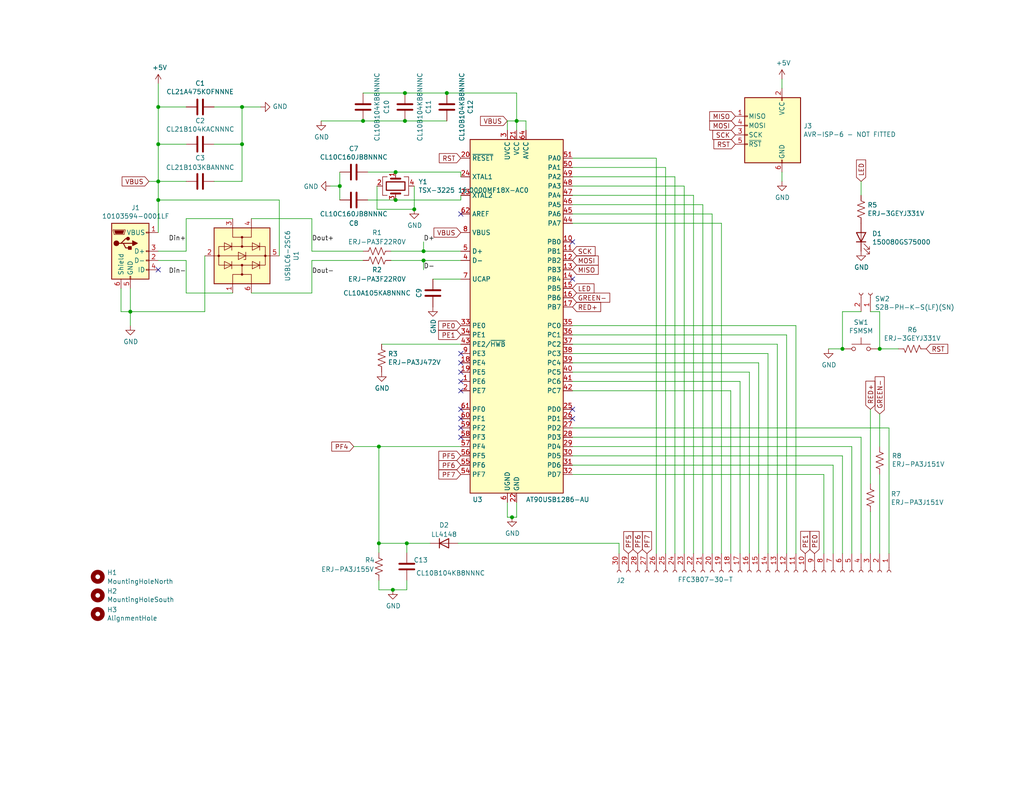
<source format=kicad_sch>
(kicad_sch (version 20211123) (generator eeschema)
  (paper "USLetter")
  (lib_symbols
    (symbol "Connector:AVR-ISP-6" (pin_names (offset 1.016))
      (property "Reference" "J" (at -6.35 11.43 0))
      (property "Value" "AVR-ISP-6" (at 0 11.43 0))
      (symbol "AVR-ISP-6_0_1"
        (rectangle (start -2.667 -6.858) (end -2.413 -7.62))
        (rectangle (start -2.667 10.16) (end -2.413 9.398))
        (rectangle (start 7.62 -2.413) (end 6.858 -2.667))
        (rectangle (start 7.62 0.127) (end 6.858 -0.127))
        (rectangle (start 7.62 2.667) (end 6.858 2.413))
        (rectangle (start 7.62 5.207) (end 6.858 4.953))
        (rectangle (start 7.62 10.16) (end -7.62 -7.62) (stroke (width 0.254)) (fill (type background)))
      )
      (symbol "AVR-ISP-6_1_1"
        (pin passive line (at 10.16 5.08 180) (length 2.54) (name "MISO") (number "1"))
        (pin passive line (at -2.54 12.7 270) (length 2.54) (name "VCC") (number "2"))
        (pin passive line (at 10.16 0 180) (length 2.54) (name "SCK") (number "3"))
        (pin passive line (at 10.16 2.54 180) (length 2.54) (name "MOSI") (number "4"))
        (pin passive line (at 10.16 -2.54 180) (length 2.54) (name "~{RST}") (number "5"))
        (pin passive line (at -2.54 -10.16 90) (length 2.54) (name "GND") (number "6"))
      )
    )
    (symbol "Connector:Conn_01x02_Female" (pin_names (offset 1.016) hide)
      (property "Reference" "J" (at 0 2.54 0))
      (property "Value" "Conn_01x02_Female" (at 0 -5.08 0))
      (symbol "Conn_01x02_Female_1_1"
        (arc (start 0 -2.032) (mid -0.508 -2.54) (end 0 -3.048) (stroke (width 0.1524)))
        (polyline (pts (xy -1.27 -2.54) (xy -0.508 -2.54)) (stroke (width 0.1524)))
        (polyline (pts (xy -1.27 0) (xy -0.508 0)) (stroke (width 0.1524)))
        (arc (start 0 0.508) (mid -0.508 0) (end 0 -0.508) (stroke (width 0.1524)))
        (pin passive line (at -5.08 0 0) (length 3.81) (name "Pin_1") (number "1"))
        (pin passive line (at -5.08 -2.54 0) (length 3.81) (name "Pin_2") (number "2"))
      )
    )
    (symbol "Connector:Conn_01x30_Female" (pin_names (offset 1.016) hide)
      (property "Reference" "J" (at 0 38.1 0))
      (property "Value" "Conn_01x30_Female" (at 0 -40.64 0))
      (symbol "Conn_01x30_Female_1_1"
        (arc (start 0 -37.592) (mid -0.508 -38.1) (end 0 -38.608) (stroke (width 0.1524)))
        (arc (start 0 -35.052) (mid -0.508 -35.56) (end 0 -36.068) (stroke (width 0.1524)))
        (arc (start 0 -32.512) (mid -0.508 -33.02) (end 0 -33.528) (stroke (width 0.1524)))
        (arc (start 0 -29.972) (mid -0.508 -30.48) (end 0 -30.988) (stroke (width 0.1524)))
        (arc (start 0 -27.432) (mid -0.508 -27.94) (end 0 -28.448) (stroke (width 0.1524)))
        (arc (start 0 -24.892) (mid -0.508 -25.4) (end 0 -25.908) (stroke (width 0.1524)))
        (arc (start 0 -22.352) (mid -0.508 -22.86) (end 0 -23.368) (stroke (width 0.1524)))
        (arc (start 0 -19.812) (mid -0.508 -20.32) (end 0 -20.828) (stroke (width 0.1524)))
        (arc (start 0 -17.272) (mid -0.508 -17.78) (end 0 -18.288) (stroke (width 0.1524)))
        (arc (start 0 -14.732) (mid -0.508 -15.24) (end 0 -15.748) (stroke (width 0.1524)))
        (arc (start 0 -12.192) (mid -0.508 -12.7) (end 0 -13.208) (stroke (width 0.1524)))
        (arc (start 0 -9.652) (mid -0.508 -10.16) (end 0 -10.668) (stroke (width 0.1524)))
        (arc (start 0 -7.112) (mid -0.508 -7.62) (end 0 -8.128) (stroke (width 0.1524)))
        (arc (start 0 -4.572) (mid -0.508 -5.08) (end 0 -5.588) (stroke (width 0.1524)))
        (arc (start 0 -2.032) (mid -0.508 -2.54) (end 0 -3.048) (stroke (width 0.1524)))
        (polyline (pts (xy -1.27 -38.1) (xy -0.508 -38.1)) (stroke (width 0.1524)))
        (polyline (pts (xy -1.27 -35.56) (xy -0.508 -35.56)) (stroke (width 0.1524)))
        (polyline (pts (xy -1.27 -33.02) (xy -0.508 -33.02)) (stroke (width 0.1524)))
        (polyline (pts (xy -1.27 -30.48) (xy -0.508 -30.48)) (stroke (width 0.1524)))
        (polyline (pts (xy -1.27 -27.94) (xy -0.508 -27.94)) (stroke (width 0.1524)))
        (polyline (pts (xy -1.27 -25.4) (xy -0.508 -25.4)) (stroke (width 0.1524)))
        (polyline (pts (xy -1.27 -22.86) (xy -0.508 -22.86)) (stroke (width 0.1524)))
        (polyline (pts (xy -1.27 -20.32) (xy -0.508 -20.32)) (stroke (width 0.1524)))
        (polyline (pts (xy -1.27 -17.78) (xy -0.508 -17.78)) (stroke (width 0.1524)))
        (polyline (pts (xy -1.27 -15.24) (xy -0.508 -15.24)) (stroke (width 0.1524)))
        (polyline (pts (xy -1.27 -12.7) (xy -0.508 -12.7)) (stroke (width 0.1524)))
        (polyline (pts (xy -1.27 -10.16) (xy -0.508 -10.16)) (stroke (width 0.1524)))
        (polyline (pts (xy -1.27 -7.62) (xy -0.508 -7.62)) (stroke (width 0.1524)))
        (polyline (pts (xy -1.27 -5.08) (xy -0.508 -5.08)) (stroke (width 0.1524)))
        (polyline (pts (xy -1.27 -2.54) (xy -0.508 -2.54)) (stroke (width 0.1524)))
        (polyline (pts (xy -1.27 0) (xy -0.508 0)) (stroke (width 0.1524)))
        (polyline (pts (xy -1.27 2.54) (xy -0.508 2.54)) (stroke (width 0.1524)))
        (polyline (pts (xy -1.27 5.08) (xy -0.508 5.08)) (stroke (width 0.1524)))
        (polyline (pts (xy -1.27 7.62) (xy -0.508 7.62)) (stroke (width 0.1524)))
        (polyline (pts (xy -1.27 10.16) (xy -0.508 10.16)) (stroke (width 0.1524)))
        (polyline (pts (xy -1.27 12.7) (xy -0.508 12.7)) (stroke (width 0.1524)))
        (polyline (pts (xy -1.27 15.24) (xy -0.508 15.24)) (stroke (width 0.1524)))
        (polyline (pts (xy -1.27 17.78) (xy -0.508 17.78)) (stroke (width 0.1524)))
        (polyline (pts (xy -1.27 20.32) (xy -0.508 20.32)) (stroke (width 0.1524)))
        (polyline (pts (xy -1.27 22.86) (xy -0.508 22.86)) (stroke (width 0.1524)))
        (polyline (pts (xy -1.27 25.4) (xy -0.508 25.4)) (stroke (width 0.1524)))
        (polyline (pts (xy -1.27 27.94) (xy -0.508 27.94)) (stroke (width 0.1524)))
        (polyline (pts (xy -1.27 30.48) (xy -0.508 30.48)) (stroke (width 0.1524)))
        (polyline (pts (xy -1.27 33.02) (xy -0.508 33.02)) (stroke (width 0.1524)))
        (polyline (pts (xy -1.27 35.56) (xy -0.508 35.56)) (stroke (width 0.1524)))
        (arc (start 0 0.508) (mid -0.508 0) (end 0 -0.508) (stroke (width 0.1524)))
        (arc (start 0 3.048) (mid -0.508 2.54) (end 0 2.032) (stroke (width 0.1524)))
        (arc (start 0 5.588) (mid -0.508 5.08) (end 0 4.572) (stroke (width 0.1524)))
        (arc (start 0 8.128) (mid -0.508 7.62) (end 0 7.112) (stroke (width 0.1524)))
        (arc (start 0 10.668) (mid -0.508 10.16) (end 0 9.652) (stroke (width 0.1524)))
        (arc (start 0 13.208) (mid -0.508 12.7) (end 0 12.192) (stroke (width 0.1524)))
        (arc (start 0 15.748) (mid -0.508 15.24) (end 0 14.732) (stroke (width 0.1524)))
        (arc (start 0 18.288) (mid -0.508 17.78) (end 0 17.272) (stroke (width 0.1524)))
        (arc (start 0 20.828) (mid -0.508 20.32) (end 0 19.812) (stroke (width 0.1524)))
        (arc (start 0 23.368) (mid -0.508 22.86) (end 0 22.352) (stroke (width 0.1524)))
        (arc (start 0 25.908) (mid -0.508 25.4) (end 0 24.892) (stroke (width 0.1524)))
        (arc (start 0 28.448) (mid -0.508 27.94) (end 0 27.432) (stroke (width 0.1524)))
        (arc (start 0 30.988) (mid -0.508 30.48) (end 0 29.972) (stroke (width 0.1524)))
        (arc (start 0 33.528) (mid -0.508 33.02) (end 0 32.512) (stroke (width 0.1524)))
        (arc (start 0 36.068) (mid -0.508 35.56) (end 0 35.052) (stroke (width 0.1524)))
        (pin passive line (at -5.08 35.56 0) (length 3.81) (name "Pin_1") (number "1"))
        (pin passive line (at -5.08 12.7 0) (length 3.81) (name "Pin_10") (number "10"))
        (pin passive line (at -5.08 10.16 0) (length 3.81) (name "Pin_11") (number "11"))
        (pin passive line (at -5.08 7.62 0) (length 3.81) (name "Pin_12") (number "12"))
        (pin passive line (at -5.08 5.08 0) (length 3.81) (name "Pin_13") (number "13"))
        (pin passive line (at -5.08 2.54 0) (length 3.81) (name "Pin_14") (number "14"))
        (pin passive line (at -5.08 0 0) (length 3.81) (name "Pin_15") (number "15"))
        (pin passive line (at -5.08 -2.54 0) (length 3.81) (name "Pin_16") (number "16"))
        (pin passive line (at -5.08 -5.08 0) (length 3.81) (name "Pin_17") (number "17"))
        (pin passive line (at -5.08 -7.62 0) (length 3.81) (name "Pin_18") (number "18"))
        (pin passive line (at -5.08 -10.16 0) (length 3.81) (name "Pin_19") (number "19"))
        (pin passive line (at -5.08 33.02 0) (length 3.81) (name "Pin_2") (number "2"))
        (pin passive line (at -5.08 -12.7 0) (length 3.81) (name "Pin_20") (number "20"))
        (pin passive line (at -5.08 -15.24 0) (length 3.81) (name "Pin_21") (number "21"))
        (pin passive line (at -5.08 -17.78 0) (length 3.81) (name "Pin_22") (number "22"))
        (pin passive line (at -5.08 -20.32 0) (length 3.81) (name "Pin_23") (number "23"))
        (pin passive line (at -5.08 -22.86 0) (length 3.81) (name "Pin_24") (number "24"))
        (pin passive line (at -5.08 -25.4 0) (length 3.81) (name "Pin_25") (number "25"))
        (pin passive line (at -5.08 -27.94 0) (length 3.81) (name "Pin_26") (number "26"))
        (pin passive line (at -5.08 -30.48 0) (length 3.81) (name "Pin_27") (number "27"))
        (pin passive line (at -5.08 -33.02 0) (length 3.81) (name "Pin_28") (number "28"))
        (pin passive line (at -5.08 -35.56 0) (length 3.81) (name "Pin_29") (number "29"))
        (pin passive line (at -5.08 30.48 0) (length 3.81) (name "Pin_3") (number "3"))
        (pin passive line (at -5.08 -38.1 0) (length 3.81) (name "Pin_30") (number "30"))
        (pin passive line (at -5.08 27.94 0) (length 3.81) (name "Pin_4") (number "4"))
        (pin passive line (at -5.08 25.4 0) (length 3.81) (name "Pin_5") (number "5"))
        (pin passive line (at -5.08 22.86 0) (length 3.81) (name "Pin_6") (number "6"))
        (pin passive line (at -5.08 20.32 0) (length 3.81) (name "Pin_7") (number "7"))
        (pin passive line (at -5.08 17.78 0) (length 3.81) (name "Pin_8") (number "8"))
        (pin passive line (at -5.08 15.24 0) (length 3.81) (name "Pin_9") (number "9"))
      )
    )
    (symbol "Connector:USB_B_Micro" (pin_names (offset 1.016))
      (property "Reference" "J" (at -5.08 11.43 0))
      (property "Value" "USB_B_Micro" (at -5.08 8.89 0))
      (symbol "USB_B_Micro_0_1"
        (rectangle (start -5.08 -7.62) (end 5.08 7.62) (stroke (width 0.254)) (fill (type background)))
        (circle (center -3.81 2.159) (radius 0.635) (stroke (width 0.254)) (fill (type outline)))
        (circle (center -0.635 3.429) (radius 0.381) (stroke (width 0.254)) (fill (type outline)))
        (rectangle (start -0.127 -7.62) (end 0.127 -6.858))
        (polyline (pts (xy -1.905 2.159) (xy 0.635 2.159)) (stroke (width 0.254)))
        (polyline (pts (xy -3.175 2.159) (xy -2.54 2.159) (xy -1.27 3.429) (xy -0.635 3.429)) (stroke (width 0.254)))
        (polyline (pts (xy -2.54 2.159) (xy -1.905 2.159) (xy -1.27 0.889) (xy 0 0.889)) (stroke (width 0.254)))
        (polyline (pts (xy 0.635 2.794) (xy 0.635 1.524) (xy 1.905 2.159) (xy 0.635 2.794)) (stroke (width 0.254)) (fill (type outline)))
        (polyline (pts (xy -4.318 5.588) (xy -1.778 5.588) (xy -2.032 4.826) (xy -4.064 4.826) (xy -4.318 5.588)) (fill (type outline)))
        (polyline (pts (xy -4.699 5.842) (xy -4.699 5.588) (xy -4.445 4.826) (xy -4.445 4.572) (xy -1.651 4.572) (xy -1.651 4.826) (xy -1.397 5.588) (xy -1.397 5.842) (xy -4.699 5.842)))
        (rectangle (start 0.254 1.27) (end -0.508 0.508) (stroke (width 0.254)) (fill (type outline)))
        (rectangle (start 5.08 -5.207) (end 4.318 -4.953))
        (rectangle (start 5.08 -2.667) (end 4.318 -2.413))
        (rectangle (start 5.08 -0.127) (end 4.318 0.127))
        (rectangle (start 5.08 4.953) (end 4.318 5.207))
      )
      (symbol "USB_B_Micro_1_1"
        (pin power_out line (at 7.62 5.08 180) (length 2.54) (name "VBUS") (number "1"))
        (pin bidirectional line (at 7.62 -2.54 180) (length 2.54) (name "D-") (number "2"))
        (pin bidirectional line (at 7.62 0 180) (length 2.54) (name "D+") (number "3"))
        (pin passive line (at 7.62 -5.08 180) (length 2.54) (name "ID") (number "4"))
        (pin power_out line (at 0 -10.16 90) (length 2.54) (name "GND") (number "5"))
        (pin passive line (at -2.54 -10.16 90) (length 2.54) (name "Shield") (number "6"))
      )
    )
    (symbol "Device:C" (pin_numbers hide) (pin_names (offset 0.254))
      (property "Reference" "C" (at 0.635 2.54 0))
      (property "Value" "C" (at 0.635 -2.54 0))
      (symbol "C_0_1"
        (polyline (pts (xy -2.032 -0.762) (xy 2.032 -0.762)) (stroke (width 0.508)))
        (polyline (pts (xy -2.032 0.762) (xy 2.032 0.762)) (stroke (width 0.508)))
      )
      (symbol "C_1_1"
        (pin passive line (at 0 3.81 270) (length 2.794) (name "~") (number "1"))
        (pin passive line (at 0 -3.81 90) (length 2.794) (name "~") (number "2"))
      )
    )
    (symbol "Device:Crystal_GND24" (pin_names (offset 1.016) hide)
      (property "Reference" "Y" (at 3.175 5.08 0))
      (property "Value" "Crystal_GND24" (at 3.175 3.175 0))
      (symbol "Crystal_GND24_0_1"
        (rectangle (start -1.143 2.54) (end 1.143 -2.54) (stroke (width 0.3048)))
        (polyline (pts (xy -2.54 0) (xy -2.032 0)))
        (polyline (pts (xy -2.032 -1.27) (xy -2.032 1.27)) (stroke (width 0.508)))
        (polyline (pts (xy 0 -3.81) (xy 0 -3.556)))
        (polyline (pts (xy 0 3.556) (xy 0 3.81)))
        (polyline (pts (xy 2.032 -1.27) (xy 2.032 1.27)) (stroke (width 0.508)))
        (polyline (pts (xy 2.032 0) (xy 2.54 0)))
        (polyline (pts (xy -2.54 -2.286) (xy -2.54 -3.556) (xy 2.54 -3.556) (xy 2.54 -2.286)))
        (polyline (pts (xy -2.54 2.286) (xy -2.54 3.556) (xy 2.54 3.556) (xy 2.54 2.286)))
      )
      (symbol "Crystal_GND24_1_1"
        (pin passive line (at -3.81 0 0) (length 1.27) (name "1") (number "1"))
        (pin passive line (at 0 5.08 270) (length 1.27) (name "2") (number "2"))
        (pin passive line (at 3.81 0 180) (length 1.27) (name "3") (number "3"))
        (pin passive line (at 0 -5.08 90) (length 1.27) (name "4") (number "4"))
      )
    )
    (symbol "Device:LED" (pin_numbers hide) (pin_names (offset 1.016) hide)
      (property "Reference" "D" (at 0 2.54 0))
      (property "Value" "LED" (at 0 -2.54 0))
      (symbol "LED_0_1"
        (polyline (pts (xy -1.27 -1.27) (xy -1.27 1.27)) (stroke (width 0.254)))
        (polyline (pts (xy -1.27 0) (xy 1.27 0)))
        (polyline (pts (xy 1.27 -1.27) (xy 1.27 1.27) (xy -1.27 0) (xy 1.27 -1.27)) (stroke (width 0.254)))
        (polyline (pts (xy -3.048 -0.762) (xy -4.572 -2.286) (xy -3.81 -2.286) (xy -4.572 -2.286) (xy -4.572 -1.524)))
        (polyline (pts (xy -1.778 -0.762) (xy -3.302 -2.286) (xy -2.54 -2.286) (xy -3.302 -2.286) (xy -3.302 -1.524)))
      )
      (symbol "LED_1_1"
        (pin passive line (at -3.81 0 0) (length 2.54) (name "K") (number "1"))
        (pin passive line (at 3.81 0 180) (length 2.54) (name "A") (number "2"))
      )
    )
    (symbol "Device:R_US" (pin_numbers hide) (pin_names (offset 0))
      (property "Reference" "R" (at 2.54 0 90))
      (property "Value" "R_US" (at -2.54 0 90))
      (symbol "R_US_0_1"
        (polyline (pts (xy 0 -2.286) (xy 0 -2.54)))
        (polyline (pts (xy 0 2.286) (xy 0 2.54)))
        (polyline (pts (xy 0 -0.762) (xy 1.016 -1.143) (xy 0 -1.524) (xy -1.016 -1.905) (xy 0 -2.286)))
        (polyline (pts (xy 0 0.762) (xy 1.016 0.381) (xy 0 0) (xy -1.016 -0.381) (xy 0 -0.762)))
        (polyline (pts (xy 0 2.286) (xy 1.016 1.905) (xy 0 1.524) (xy -1.016 1.143) (xy 0 0.762)))
      )
      (symbol "R_US_1_1"
        (pin passive line (at 0 3.81 270) (length 1.27) (name "~") (number "1"))
        (pin passive line (at 0 -3.81 90) (length 1.27) (name "~") (number "2"))
      )
    )
    (symbol "Diode:LL4148" (pin_numbers hide) (pin_names (offset 1.016) hide)
      (property "Reference" "D" (at 0 2.54 0))
      (property "Value" "LL4148" (at 0 -2.54 0))
      (symbol "LL4148_0_1"
        (polyline (pts (xy -1.27 1.27) (xy -1.27 -1.27)) (stroke (width 0.254)))
        (polyline (pts (xy 1.27 0) (xy -1.27 0)))
        (polyline (pts (xy 1.27 1.27) (xy 1.27 -1.27) (xy -1.27 0) (xy 1.27 1.27)) (stroke (width 0.254)))
      )
      (symbol "LL4148_1_1"
        (pin passive line (at -3.81 0 0) (length 2.54) (name "K") (number "1"))
        (pin passive line (at 3.81 0 180) (length 2.54) (name "A") (number "2"))
      )
    )
    (symbol "MCU_Microchip_AVR:AT90USB1286-AU"
      (property "Reference" "U" (at -12.7 49.53 0))
      (property "Value" "MCU_Microchip_AVR_AT90USB1286-AU" (at 2.54 -49.53 0))
      (symbol "AT90USB1286-AU_0_1"
        (rectangle (start -12.7 -48.26) (end 12.7 48.26) (stroke (width 0.254)) (fill (type background)))
      )
      (symbol "AT90USB1286-AU_1_1"
        (pin bidirectional line (at -15.24 -17.78 0) (length 2.54) (name "PE6") (number "1"))
        (pin bidirectional line (at 15.24 20.32 180) (length 2.54) (name "PB0") (number "10"))
        (pin bidirectional line (at 15.24 17.78 180) (length 2.54) (name "PB1") (number "11"))
        (pin bidirectional line (at 15.24 15.24 180) (length 2.54) (name "PB2") (number "12"))
        (pin bidirectional line (at 15.24 12.7 180) (length 2.54) (name "PB3") (number "13"))
        (pin bidirectional line (at 15.24 10.16 180) (length 2.54) (name "PB4") (number "14"))
        (pin bidirectional line (at 15.24 7.62 180) (length 2.54) (name "PB5") (number "15"))
        (pin bidirectional line (at 15.24 5.08 180) (length 2.54) (name "PB6") (number "16"))
        (pin bidirectional line (at 15.24 2.54 180) (length 2.54) (name "PB7") (number "17"))
        (pin bidirectional line (at -15.24 -12.7 0) (length 2.54) (name "PE4") (number "18"))
        (pin bidirectional line (at -15.24 -15.24 0) (length 2.54) (name "PE5") (number "19"))
        (pin bidirectional line (at -15.24 -20.32 0) (length 2.54) (name "PE7") (number "2"))
        (pin input line (at -15.24 43.18 0) (length 2.54) (name "~{RESET}") (number "20"))
        (pin power_in line (at 0 50.8 270) (length 2.54) (name "VCC") (number "21"))
        (pin power_in line (at 0 -50.8 90) (length 2.54) (name "GND") (number "22"))
        (pin output line (at -15.24 33.02 0) (length 2.54) (name "XTAL2") (number "23"))
        (pin input line (at -15.24 38.1 0) (length 2.54) (name "XTAL1") (number "24"))
        (pin bidirectional line (at 15.24 -25.4 180) (length 2.54) (name "PD0") (number "25"))
        (pin bidirectional line (at 15.24 -27.94 180) (length 2.54) (name "PD1") (number "26"))
        (pin bidirectional line (at 15.24 -30.48 180) (length 2.54) (name "PD2") (number "27"))
        (pin bidirectional line (at 15.24 -33.02 180) (length 2.54) (name "PD3") (number "28"))
        (pin bidirectional line (at 15.24 -35.56 180) (length 2.54) (name "PD4") (number "29"))
        (pin power_in line (at -2.54 50.8 270) (length 2.54) (name "UVCC") (number "3"))
        (pin bidirectional line (at 15.24 -38.1 180) (length 2.54) (name "PD5") (number "30"))
        (pin bidirectional line (at 15.24 -40.64 180) (length 2.54) (name "PD6") (number "31"))
        (pin bidirectional line (at 15.24 -43.18 180) (length 2.54) (name "PD7") (number "32"))
        (pin bidirectional line (at -15.24 -2.54 0) (length 2.54) (name "PE0") (number "33"))
        (pin bidirectional line (at -15.24 -5.08 0) (length 2.54) (name "PE1") (number "34"))
        (pin bidirectional line (at 15.24 -2.54 180) (length 2.54) (name "PC0") (number "35"))
        (pin bidirectional line (at 15.24 -5.08 180) (length 2.54) (name "PC1") (number "36"))
        (pin bidirectional line (at 15.24 -7.62 180) (length 2.54) (name "PC2") (number "37"))
        (pin bidirectional line (at 15.24 -10.16 180) (length 2.54) (name "PC3") (number "38"))
        (pin bidirectional line (at 15.24 -12.7 180) (length 2.54) (name "PC4") (number "39"))
        (pin bidirectional line (at -15.24 15.24 0) (length 2.54) (name "D-") (number "4"))
        (pin bidirectional line (at 15.24 -15.24 180) (length 2.54) (name "PC5") (number "40"))
        (pin bidirectional line (at 15.24 -17.78 180) (length 2.54) (name "PC6") (number "41"))
        (pin bidirectional line (at 15.24 -20.32 180) (length 2.54) (name "PC7") (number "42"))
        (pin bidirectional line (at -15.24 -7.62 0) (length 2.54) (name "PE2/~{HWB}") (number "43"))
        (pin bidirectional line (at 15.24 25.4 180) (length 2.54) (name "PA7") (number "44"))
        (pin bidirectional line (at 15.24 27.94 180) (length 2.54) (name "PA6") (number "45"))
        (pin bidirectional line (at 15.24 30.48 180) (length 2.54) (name "PA5") (number "46"))
        (pin bidirectional line (at 15.24 33.02 180) (length 2.54) (name "PA4") (number "47"))
        (pin bidirectional line (at 15.24 35.56 180) (length 2.54) (name "PA3") (number "48"))
        (pin bidirectional line (at 15.24 38.1 180) (length 2.54) (name "PA2") (number "49"))
        (pin bidirectional line (at -15.24 17.78 0) (length 2.54) (name "D+") (number "5"))
        (pin bidirectional line (at 15.24 40.64 180) (length 2.54) (name "PA1") (number "50"))
        (pin bidirectional line (at 15.24 43.18 180) (length 2.54) (name "PA0") (number "51"))
        (pin passive line (at 0 50.8 270) (length 2.54) hide (name "VCC") (number "52"))
        (pin passive line (at 0 -50.8 90) (length 2.54) hide (name "GND") (number "53"))
        (pin bidirectional line (at -15.24 -43.18 0) (length 2.54) (name "PF7") (number "54"))
        (pin bidirectional line (at -15.24 -40.64 0) (length 2.54) (name "PF6") (number "55"))
        (pin bidirectional line (at -15.24 -38.1 0) (length 2.54) (name "PF5") (number "56"))
        (pin bidirectional line (at -15.24 -35.56 0) (length 2.54) (name "PF4") (number "57"))
        (pin bidirectional line (at -15.24 -33.02 0) (length 2.54) (name "PF3") (number "58"))
        (pin bidirectional line (at -15.24 -30.48 0) (length 2.54) (name "PF2") (number "59"))
        (pin power_in line (at -2.54 -50.8 90) (length 2.54) (name "UGND") (number "6"))
        (pin bidirectional line (at -15.24 -27.94 0) (length 2.54) (name "PF1") (number "60"))
        (pin bidirectional line (at -15.24 -25.4 0) (length 2.54) (name "PF0") (number "61"))
        (pin passive line (at -15.24 27.94 0) (length 2.54) (name "AREF") (number "62"))
        (pin passive line (at 0 -50.8 90) (length 2.54) hide (name "GND") (number "63"))
        (pin power_in line (at 2.54 50.8 270) (length 2.54) (name "AVCC") (number "64"))
        (pin passive line (at -15.24 10.16 0) (length 2.54) (name "UCAP") (number "7"))
        (pin input line (at -15.24 22.86 0) (length 2.54) (name "VBUS") (number "8"))
        (pin bidirectional line (at -15.24 -10.16 0) (length 2.54) (name "PE3") (number "9"))
      )
    )
    (symbol "Mechanical:MountingHole" (pin_names (offset 1.016))
      (property "Reference" "H" (at 0 5.08 0))
      (property "Value" "MountingHole" (at 0 3.175 0))
      (symbol "MountingHole_0_1"
        (circle (center 0 0) (radius 1.27) (stroke (width 1.27)))
      )
    )
    (symbol "Power_Protection:USBLC6-2SC6" (pin_names hide)
      (property "Reference" "U" (at 2.54 8.89 0))
      (property "Value" "USBLC6-2SC6" (at 2.54 -8.89 0))
      (symbol "USBLC6-2SC6_0_1"
        (rectangle (start -7.62 -7.62) (end 7.62 7.62) (stroke (width 0.254)) (fill (type background)))
        (circle (center -5.08 0) (radius 0.254) (fill (type outline)))
        (circle (center -2.54 0) (radius 0.254) (fill (type outline)))
        (rectangle (start -2.54 6.35) (end 2.54 -6.35))
        (circle (center 0 -6.35) (radius 0.254) (fill (type outline)))
        (polyline (pts (xy -5.08 -2.54) (xy -7.62 -2.54)))
        (polyline (pts (xy -5.08 0) (xy -5.08 -2.54)))
        (polyline (pts (xy -5.08 2.54) (xy -7.62 2.54)))
        (polyline (pts (xy -1.524 -2.794) (xy -3.556 -2.794)))
        (polyline (pts (xy -1.524 4.826) (xy -3.556 4.826)))
        (polyline (pts (xy 0 -7.62) (xy 0 -6.35)))
        (polyline (pts (xy 0 -6.35) (xy 0 1.27)))
        (polyline (pts (xy 0 1.27) (xy 0 6.35)))
        (polyline (pts (xy 0 6.35) (xy 0 7.62)))
        (polyline (pts (xy 1.524 -2.794) (xy 3.556 -2.794)))
        (polyline (pts (xy 1.524 4.826) (xy 3.556 4.826)))
        (polyline (pts (xy 5.08 -2.54) (xy 7.62 -2.54)))
        (polyline (pts (xy 5.08 0) (xy 5.08 -2.54)))
        (polyline (pts (xy 5.08 2.54) (xy 7.62 2.54)))
        (polyline (pts (xy -2.54 0) (xy -5.08 0) (xy -5.08 2.54)))
        (polyline (pts (xy 2.54 0) (xy 5.08 0) (xy 5.08 2.54)))
        (polyline (pts (xy -3.556 -4.826) (xy -1.524 -4.826) (xy -2.54 -2.794) (xy -3.556 -4.826)))
        (polyline (pts (xy -3.556 2.794) (xy -1.524 2.794) (xy -2.54 4.826) (xy -3.556 2.794)))
        (polyline (pts (xy -1.016 -1.016) (xy 1.016 -1.016) (xy 0 1.016) (xy -1.016 -1.016)))
        (polyline (pts (xy 1.016 1.016) (xy 0.762 1.016) (xy -1.016 1.016) (xy -1.016 0.508)))
        (polyline (pts (xy 3.556 -4.826) (xy 1.524 -4.826) (xy 2.54 -2.794) (xy 3.556 -4.826)))
        (polyline (pts (xy 3.556 2.794) (xy 1.524 2.794) (xy 2.54 4.826) (xy 3.556 2.794)))
        (circle (center 0 6.35) (radius 0.254) (fill (type outline)))
        (circle (center 2.54 0) (radius 0.254) (fill (type outline)))
        (circle (center 5.08 0) (radius 0.254) (fill (type outline)))
      )
      (symbol "USBLC6-2SC6_1_1"
        (pin passive line (at -10.16 -2.54 0) (length 2.54) (name "I/O1") (number "1"))
        (pin passive line (at 0 -10.16 90) (length 2.54) (name "GND") (number "2"))
        (pin passive line (at 10.16 -2.54 180) (length 2.54) (name "I/O2") (number "3"))
        (pin passive line (at 10.16 2.54 180) (length 2.54) (name "I/O2") (number "4"))
        (pin passive line (at 0 10.16 270) (length 2.54) (name "VBUS") (number "5"))
        (pin passive line (at -10.16 2.54 0) (length 2.54) (name "I/O1") (number "6"))
      )
    )
    (symbol "Switch:SW_Push" (pin_numbers hide) (pin_names (offset 1.016) hide)
      (property "Reference" "SW" (at 1.27 2.54 0))
      (property "Value" "SW_Push" (at 0 -1.524 0))
      (symbol "SW_Push_0_1"
        (circle (center -2.032 0) (radius 0.508))
        (polyline (pts (xy 0 1.27) (xy 0 3.048)))
        (polyline (pts (xy 2.54 1.27) (xy -2.54 1.27)))
        (circle (center 2.032 0) (radius 0.508))
        (pin passive line (at -5.08 0 0) (length 2.54) (name "1") (number "1"))
        (pin passive line (at 5.08 0 180) (length 2.54) (name "2") (number "2"))
      )
    )
    (symbol "power:+5V" (power) (pin_names (offset 0))
      (property "Value" "+5V" (at 0 3.556 0))
      (symbol "+5V_0_1"
        (polyline (pts (xy -0.762 1.27) (xy 0 2.54)))
        (polyline (pts (xy 0 0) (xy 0 2.54)))
        (polyline (pts (xy 0 2.54) (xy 0.762 1.27)))
      )
      (symbol "+5V_1_1"
        (pin power_in line (at 0 0 90) (length 0) hide (name "+5V") (number "1"))
      )
    )
    (symbol "power:GND" (power) (pin_names (offset 0))
      (property "Value" "GND" (at 0 -3.81 0))
      (symbol "GND_0_1"
        (polyline (pts (xy 0 0) (xy 0 -1.27) (xy 1.27 -1.27) (xy 0 -2.54) (xy -1.27 -1.27) (xy 0 -1.27)))
      )
      (symbol "GND_1_1"
        (pin power_in line (at 0 0 270) (length 0) hide (name "GND") (number "1"))
      )
    )
  )
  (junction (at 66.04 39.37))
  (junction (at 35.56 85.09))
  (junction (at 121.92 25.4))
  (junction (at 99.06 33.02))
  (junction (at 139.7 141.224))
  (junction (at 110.998 148.336))
  (junction (at 43.18 54.61))
  (junction (at 140.97 33.02))
  (junction (at 229.87 95.25))
  (junction (at 240.03 95.25))
  (junction (at 103.378 121.92))
  (junction (at 66.04 29.21))
  (junction (at 103.378 148.336))
  (junction (at 107.95 46.99))
  (junction (at 92.71 50.8))
  (junction (at 115.57 71.12))
  (junction (at 115.57 68.58))
  (junction (at 43.18 29.21))
  (junction (at 110.49 25.4))
  (junction (at 110.49 33.02))
  (junction (at 43.18 49.53))
  (junction (at 113.03 57.15))
  (junction (at 43.18 39.37))
  (junction (at 107.188 161.036))
  (junction (at 107.95 54.61))
  (no_connect (at 125.73 119.38))
  (no_connect (at 156.21 111.76))
  (no_connect (at 125.73 58.42))
  (no_connect (at 125.73 111.76))
  (no_connect (at 125.73 96.52))
  (no_connect (at 125.73 101.6))
  (no_connect (at 125.73 106.68))
  (no_connect (at 156.21 66.04))
  (no_connect (at 156.21 114.3))
  (no_connect (at 125.73 114.3))
  (no_connect (at 43.18 73.66))
  (no_connect (at 156.21 76.2))
  (no_connect (at 125.73 99.06))
  (no_connect (at 125.73 116.84))
  (no_connect (at 125.73 104.14))
  (wire (pts (xy 240.03 85.09) (xy 240.03 95.25)))
  (wire (pts (xy 113.03 57.15) (xy 113.03 50.8)))
  (wire (pts (xy 92.71 50.8) (xy 92.71 46.99)))
  (wire (pts (xy 213.36 21.59) (xy 213.36 24.13)))
  (wire (pts (xy 107.95 54.61) (xy 100.33 54.61)))
  (wire (pts (xy 168.91 148.336) (xy 168.91 151.13)))
  (wire (pts (xy 125.73 68.58) (xy 115.57 68.58)))
  (wire (pts (xy 43.18 68.58) (xy 50.8 68.58)))
  (wire (pts (xy 107.95 54.61) (xy 125.73 54.61)))
  (wire (pts (xy 50.8 68.58) (xy 50.8 59.69)))
  (wire (pts (xy 224.79 151.13) (xy 224.79 129.54)))
  (wire (pts (xy 140.97 141.224) (xy 139.7 141.224)))
  (wire (pts (xy 110.49 33.02) (xy 121.92 33.02)))
  (wire (pts (xy 106.68 71.12) (xy 115.57 71.12)))
  (wire (pts (xy 33.02 78.74) (xy 33.02 85.09)))
  (wire (pts (xy 209.55 151.13) (xy 209.55 96.52)))
  (wire (pts (xy 90.17 50.8) (xy 92.71 50.8)))
  (wire (pts (xy 143.51 33.02) (xy 140.97 33.02)))
  (wire (pts (xy 229.87 85.09) (xy 234.95 85.09)))
  (wire (pts (xy 194.31 151.13) (xy 194.31 58.42)))
  (wire (pts (xy 207.01 151.13) (xy 207.01 99.06)))
  (wire (pts (xy 110.998 148.336) (xy 103.378 148.336)))
  (wire (pts (xy 103.378 121.92) (xy 103.378 148.336)))
  (wire (pts (xy 58.42 29.21) (xy 66.04 29.21)))
  (wire (pts (xy 107.95 46.99) (xy 100.33 46.99)))
  (wire (pts (xy 240.03 121.92) (xy 240.03 113.03)))
  (wire (pts (xy 99.06 25.4) (xy 110.49 25.4)))
  (wire (pts (xy 115.57 71.12) (xy 115.57 73.66)))
  (wire (pts (xy 140.97 25.4) (xy 140.97 33.02)))
  (wire (pts (xy 191.77 55.88) (xy 156.21 55.88)))
  (wire (pts (xy 68.58 59.69) (xy 85.09 59.69)))
  (wire (pts (xy 140.97 137.16) (xy 140.97 141.224)))
  (wire (pts (xy 207.01 99.06) (xy 156.21 99.06)))
  (wire (pts (xy 184.15 151.13) (xy 184.15 48.26)))
  (wire (pts (xy 237.49 139.7) (xy 237.49 151.13)))
  (wire (pts (xy 85.09 68.58) (xy 99.06 68.58)))
  (wire (pts (xy 199.39 151.13) (xy 199.39 106.68)))
  (wire (pts (xy 199.39 106.68) (xy 156.21 106.68)))
  (wire (pts (xy 85.09 59.69) (xy 85.09 68.58)))
  (wire (pts (xy 85.09 71.12) (xy 99.06 71.12)))
  (wire (pts (xy 43.18 49.53) (xy 40.64 49.53)))
  (wire (pts (xy 103.378 158.496) (xy 103.378 161.036)))
  (wire (pts (xy 124.968 148.336) (xy 168.91 148.336)))
  (wire (pts (xy 237.49 111.76) (xy 237.49 132.08)))
  (wire (pts (xy 66.04 29.21) (xy 71.12 29.21)))
  (wire (pts (xy 99.06 33.02) (xy 110.49 33.02)))
  (wire (pts (xy 213.36 49.53) (xy 213.36 46.99)))
  (wire (pts (xy 117.348 148.336) (xy 110.998 148.336)))
  (wire (pts (xy 224.79 129.54) (xy 156.21 129.54)))
  (wire (pts (xy 242.57 116.84) (xy 242.57 151.13)))
  (wire (pts (xy 201.93 151.13) (xy 201.93 104.14)))
  (wire (pts (xy 201.93 104.14) (xy 156.21 104.14)))
  (wire (pts (xy 107.95 46.99) (xy 125.73 46.99)))
  (wire (pts (xy 115.57 66.04) (xy 115.57 68.58)))
  (wire (pts (xy 217.17 88.9) (xy 156.21 88.9)))
  (wire (pts (xy 214.63 91.44) (xy 156.21 91.44)))
  (wire (pts (xy 234.95 151.13) (xy 234.95 119.38)))
  (wire (pts (xy 217.17 151.13) (xy 217.17 88.9)))
  (wire (pts (xy 138.43 33.02) (xy 138.43 35.56)))
  (wire (pts (xy 138.43 137.16) (xy 138.43 141.224)))
  (wire (pts (xy 184.15 48.26) (xy 156.21 48.26)))
  (wire (pts (xy 186.69 151.13) (xy 186.69 50.8)))
  (wire (pts (xy 209.55 96.52) (xy 156.21 96.52)))
  (wire (pts (xy 103.378 148.336) (xy 103.378 150.876)))
  (wire (pts (xy 240.03 151.13) (xy 240.03 129.54)))
  (wire (pts (xy 96.52 121.92) (xy 103.378 121.92)))
  (wire (pts (xy 196.85 60.96) (xy 156.21 60.96)))
  (wire (pts (xy 227.33 127) (xy 156.21 127)))
  (wire (pts (xy 58.42 49.53) (xy 66.04 49.53)))
  (wire (pts (xy 55.88 85.09) (xy 35.56 85.09)))
  (wire (pts (xy 118.11 76.2) (xy 125.73 76.2)))
  (wire (pts (xy 181.61 45.72) (xy 156.21 45.72)))
  (wire (pts (xy 104.14 93.98) (xy 125.73 93.98)))
  (wire (pts (xy 189.23 53.34) (xy 156.21 53.34)))
  (wire (pts (xy 107.188 161.036) (xy 110.998 161.036)))
  (wire (pts (xy 194.31 58.42) (xy 156.21 58.42)))
  (wire (pts (xy 55.88 69.85) (xy 55.88 85.09)))
  (wire (pts (xy 156.21 116.84) (xy 242.57 116.84)))
  (wire (pts (xy 58.42 39.37) (xy 66.04 39.37)))
  (wire (pts (xy 229.87 124.46) (xy 229.87 151.13)))
  (wire (pts (xy 87.63 33.02) (xy 99.06 33.02)))
  (wire (pts (xy 179.07 151.13) (xy 179.07 43.18)))
  (wire (pts (xy 227.33 151.13) (xy 227.33 127)))
  (wire (pts (xy 212.09 93.98) (xy 156.21 93.98)))
  (wire (pts (xy 234.95 53.34) (xy 234.95 49.53)))
  (wire (pts (xy 229.87 95.25) (xy 226.06 95.25)))
  (wire (pts (xy 179.07 43.18) (xy 156.21 43.18)))
  (wire (pts (xy 110.998 161.036) (xy 110.998 158.496)))
  (wire (pts (xy 204.47 101.6) (xy 156.21 101.6)))
  (wire (pts (xy 43.18 54.61) (xy 43.18 63.5)))
  (wire (pts (xy 121.92 25.4) (xy 140.97 25.4)))
  (wire (pts (xy 76.2 54.61) (xy 43.18 54.61)))
  (wire (pts (xy 212.09 151.13) (xy 212.09 93.98)))
  (wire (pts (xy 92.71 50.8) (xy 92.71 54.61)))
  (wire (pts (xy 189.23 151.13) (xy 189.23 53.34)))
  (wire (pts (xy 35.56 85.09) (xy 35.56 88.9)))
  (wire (pts (xy 43.18 39.37) (xy 43.18 49.53)))
  (wire (pts (xy 68.58 80.01) (xy 85.09 80.01)))
  (wire (pts (xy 232.41 121.92) (xy 156.21 121.92)))
  (wire (pts (xy 196.85 151.13) (xy 196.85 60.96)))
  (wire (pts (xy 110.998 148.336) (xy 110.998 150.876)))
  (wire (pts (xy 103.378 121.92) (xy 125.73 121.92)))
  (wire (pts (xy 143.51 33.02) (xy 143.51 35.56)))
  (wire (pts (xy 204.47 151.13) (xy 204.47 101.6)))
  (wire (pts (xy 50.8 80.01) (xy 63.5 80.01)))
  (wire (pts (xy 115.57 68.58) (xy 106.68 68.58)))
  (wire (pts (xy 140.97 33.02) (xy 138.43 33.02)))
  (wire (pts (xy 103.378 161.036) (xy 107.188 161.036)))
  (wire (pts (xy 138.43 141.224) (xy 139.7 141.224)))
  (wire (pts (xy 76.2 54.61) (xy 76.2 69.85)))
  (wire (pts (xy 140.97 33.02) (xy 140.97 35.56)))
  (wire (pts (xy 43.18 49.53) (xy 43.18 54.61)))
  (wire (pts (xy 232.41 151.13) (xy 232.41 121.92)))
  (wire (pts (xy 43.18 71.12) (xy 50.8 71.12)))
  (wire (pts (xy 110.49 25.4) (xy 121.92 25.4)))
  (wire (pts (xy 125.73 46.99) (xy 125.73 48.26)))
  (wire (pts (xy 50.8 71.12) (xy 50.8 80.01)))
  (wire (pts (xy 115.57 71.12) (xy 125.73 71.12)))
  (wire (pts (xy 43.18 29.21) (xy 43.18 39.37)))
  (wire (pts (xy 85.09 80.01) (xy 85.09 71.12)))
  (wire (pts (xy 234.95 119.38) (xy 156.21 119.38)))
  (wire (pts (xy 43.18 29.21) (xy 50.8 29.21)))
  (wire (pts (xy 50.8 49.53) (xy 43.18 49.53)))
  (wire (pts (xy 186.69 50.8) (xy 156.21 50.8)))
  (wire (pts (xy 35.56 78.74) (xy 35.56 85.09)))
  (wire (pts (xy 66.04 49.53) (xy 66.04 39.37)))
  (wire (pts (xy 66.04 39.37) (xy 66.04 29.21)))
  (wire (pts (xy 43.18 22.86) (xy 43.18 29.21)))
  (wire (pts (xy 191.77 151.13) (xy 191.77 55.88)))
  (wire (pts (xy 50.8 39.37) (xy 43.18 39.37)))
  (wire (pts (xy 102.87 50.8) (xy 102.87 57.15)))
  (wire (pts (xy 125.73 54.61) (xy 125.73 53.34)))
  (wire (pts (xy 237.49 85.09) (xy 240.03 85.09)))
  (wire (pts (xy 50.8 59.69) (xy 63.5 59.69)))
  (wire (pts (xy 156.21 124.46) (xy 229.87 124.46)))
  (wire (pts (xy 181.61 151.13) (xy 181.61 45.72)))
  (wire (pts (xy 102.87 57.15) (xy 113.03 57.15)))
  (wire (pts (xy 33.02 85.09) (xy 35.56 85.09)))
  (wire (pts (xy 214.63 151.13) (xy 214.63 91.44)))
  (wire (pts (xy 229.87 95.25) (xy 229.87 85.09)))
  (wire (pts (xy 240.03 95.25) (xy 245.11 95.25)))
  (label "Dout-" (at 85.09 74.93 0))
  (label "Dout+" (at 85.09 66.04 0))
  (label "Din-" (at 50.8 74.93 180))
  (label "D+" (at 115.57 66.04 0))
  (label "D-" (at 115.57 73.66 0))
  (label "Din+" (at 50.8 66.04 180))
  (global_label "MOSI" (shape input) (at 156.21 71.12 0) (property "Intersheet References" "${INTERSHEET_REFS}" (effects hide)))
  (global_label "RST" (shape input) (at 200.66 39.37 180) (property "Intersheet References" "${INTERSHEET_REFS}" (effects hide)))
  (global_label "GREEN-" (shape input) (at 240.03 113.03 90) (property "Intersheet References" "${INTERSHEET_REFS}" (effects hide)))
  (global_label "PF6" (shape input) (at 173.99 151.13 90) (property "Intersheet References" "${INTERSHEET_REFS}" (effects hide)))
  (global_label "SCK" (shape input) (at 156.21 68.58 0) (property "Intersheet References" "${INTERSHEET_REFS}" (effects hide)))
  (global_label "MISO" (shape input) (at 200.66 31.75 180) (property "Intersheet References" "${INTERSHEET_REFS}" (effects hide)))
  (global_label "VBUS" (shape input) (at 40.64 49.53 180) (property "Intersheet References" "${INTERSHEET_REFS}" (effects hide)))
  (global_label "PF7" (shape input) (at 176.53 151.13 90) (property "Intersheet References" "${INTERSHEET_REFS}" (effects hide)))
  (global_label "PF7" (shape input) (at 125.73 129.54 180) (property "Intersheet References" "${INTERSHEET_REFS}" (effects hide)))
  (global_label "RED+" (shape input) (at 237.49 111.76 90) (property "Intersheet References" "${INTERSHEET_REFS}" (effects hide)))
  (global_label "PE1" (shape input) (at 125.73 91.44 180) (property "Intersheet References" "${INTERSHEET_REFS}" (effects hide)))
  (global_label "PE0" (shape input) (at 222.25 151.13 90) (property "Intersheet References" "${INTERSHEET_REFS}" (effects hide)))
  (global_label "SCK" (shape input) (at 200.66 36.83 180) (property "Intersheet References" "${INTERSHEET_REFS}" (effects hide)))
  (global_label "RED+" (shape input) (at 156.21 83.82 0) (property "Intersheet References" "${INTERSHEET_REFS}" (effects hide)))
  (global_label "GREEN-" (shape input) (at 156.21 81.28 0) (property "Intersheet References" "${INTERSHEET_REFS}" (effects hide)))
  (global_label "MISO" (shape input) (at 156.21 73.66 0) (property "Intersheet References" "${INTERSHEET_REFS}" (effects hide)))
  (global_label "PF5" (shape input) (at 171.45 151.13 90) (property "Intersheet References" "${INTERSHEET_REFS}" (effects hide)))
  (global_label "PE0" (shape input) (at 125.73 88.9 180) (property "Intersheet References" "${INTERSHEET_REFS}" (effects hide)))
  (global_label "MOSI" (shape input) (at 200.66 34.29 180) (property "Intersheet References" "${INTERSHEET_REFS}" (effects hide)))
  (global_label "VBUS" (shape input) (at 138.43 33.02 180) (property "Intersheet References" "${INTERSHEET_REFS}" (effects hide)))
  (global_label "PE1" (shape input) (at 219.71 151.13 90) (property "Intersheet References" "${INTERSHEET_REFS}" (effects hide)))
  (global_label "LED" (shape input) (at 234.95 49.53 90) (property "Intersheet References" "${INTERSHEET_REFS}" (effects hide)))
  (global_label "LED" (shape input) (at 156.21 78.74 0) (property "Intersheet References" "${INTERSHEET_REFS}" (effects hide)))
  (global_label "RST" (shape input) (at 252.73 95.25 0) (property "Intersheet References" "${INTERSHEET_REFS}" (effects hide)))
  (global_label "RST" (shape input) (at 125.73 43.18 180) (property "Intersheet References" "${INTERSHEET_REFS}" (effects hide)))
  (global_label "PF4" (shape input) (at 96.52 121.92 180) (property "Intersheet References" "${INTERSHEET_REFS}" (effects hide)))
  (global_label "PF6" (shape input) (at 125.73 127 180) (property "Intersheet References" "${INTERSHEET_REFS}" (effects hide)))
  (global_label "PF5" (shape input) (at 125.73 124.46 180) (property "Intersheet References" "${INTERSHEET_REFS}" (effects hide)))
  (global_label "VBUS" (shape input) (at 125.73 63.5 180) (property "Intersheet References" "${INTERSHEET_REFS}" (effects hide)))
  (symbol (lib_id "MCU_Microchip_AVR:AT90USB1286-AU") (at 140.97 86.36 0) (unit 1)
    (property "Reference" "U3" (at 130.302 136.398 0))
    (property "Value" "AT90USB1286-AU" (at 152.146 136.398 0))
    (property "Footprint" "Package_QFP:TQFP-64_14x14mm_P0.8mm" (effects hide))
    (property "Datasheet" "http://ww1.microchip.com/downloads/en/DeviceDoc/doc7593.pdf" (effects hide))
  )
  (symbol (lib_id "Connector:AVR-ISP-6") (at 210.82 36.83 0) (mirror y) (unit 1) (in_bom no)
    (property "Reference" "J3" (at 219.202 34.3916 0) (effects (justify right)))
    (property "Value" "AVR-ISP-6 - NOT FITTED" (at 219.202 36.703 0) (effects (justify right)))
    (property "Footprint" "Connector_IDC:IDC-Header_2x03_P2.54mm_Vertical" (effects hide))
    (property "Datasheet" " ~" (effects hide))
  )
  (symbol (lib_id "Connector:USB_B_Micro") (at 35.56 68.58 0) (unit 1)
    (property "Reference" "J1" (at 37.0078 56.7182 0))
    (property "Value" "10103594-0001LF" (at 37.0078 59.0296 0))
    (property "Footprint" "Connector_USB:USB_Micro-B_Amphenol_10103594-0001LF_Horizontal" (effects hide))
    (property "Datasheet" "https://www.amphenol-icc.com/media/wysiwyg/files/drawing/10118193.pdf" (effects hide))
  )
  (symbol (lib_id "Device:R_US") (at 102.87 68.58 270) (unit 1)
    (property "Reference" "R1" (at 102.87 63.5 90))
    (property "Value" "ERJ-PA3F22R0V" (at 102.87 66.04 90))
    (property "Footprint" "Resistor_SMD:R_0603_1608Metric" (effects hide))
  )
  (symbol (lib_id "Device:R_US") (at 102.87 71.12 270) (unit 1)
    (property "Reference" "R2" (at 102.87 73.66 90))
    (property "Value" "ERJ-PA3F22R0V" (at 102.87 76.2 90))
    (property "Footprint" "Resistor_SMD:R_0603_1608Metric" (effects hide))
    (property "Datasheet" "https://industrial.panasonic.com/cdbs/www-data/pdf/RDO0000/AOA0000C331.pdf" (effects hide))
  )
  (symbol (lib_id "power:GND") (at 139.7 141.224 0) (unit 1)
    (property "Reference" "#PWR013" (effects hide))
    (property "Value" "GND" (at 139.827 145.6182 0))
  )
  (symbol (lib_id "power:GND") (at 35.56 88.9 0) (unit 1)
    (property "Reference" "#PWR01" (effects hide))
    (property "Value" "GND" (at 35.687 93.2942 0))
  )
  (symbol (lib_id "Device:C") (at 96.52 46.99 270) (unit 1)
    (property "Reference" "C7" (at 96.52 40.5892 90))
    (property "Value" "CL10C160JB8NNNC" (at 96.52 42.9006 90))
    (property "Footprint" "Capacitor_SMD:C_0603_1608Metric" (effects hide))
  )
  (symbol (lib_id "Device:C") (at 96.52 54.61 270) (unit 1)
    (property "Reference" "C8" (at 96.52 60.96 90))
    (property "Value" "CL10C160JB8NNNC" (at 96.52 58.42 90))
    (property "Footprint" "Capacitor_SMD:C_0603_1608Metric" (effects hide))
  )
  (symbol (lib_id "power:GND") (at 90.17 50.8 270) (unit 1)
    (property "Reference" "#PWR06" (effects hide))
    (property "Value" "GND" (at 86.9188 50.927 90) (effects (justify right)))
  )
  (symbol (lib_id "power:GND") (at 118.11 83.82 0) (unit 1)
    (property "Reference" "#PWR012" (effects hide))
    (property "Value" "GND" (at 118.237 87.0712 90) (effects (justify right)))
  )
  (symbol (lib_id "Device:C") (at 118.11 80.01 0) (unit 1)
    (property "Reference" "C9" (at 114.3 80.01 90))
    (property "Value" "CL10A105KA8NNNC" (at 102.87 80.01 0))
    (property "Footprint" "Capacitor_SMD:C_0603_1608Metric" (effects hide))
  )
  (symbol (lib_id "power:GND") (at 71.12 29.21 90) (unit 1)
    (property "Reference" "#PWR03" (effects hide))
    (property "Value" "GND" (at 74.3712 29.083 90) (effects (justify right)))
  )
  (symbol (lib_id "power:+5V") (at 43.18 22.86 0) (unit 1)
    (property "Reference" "#PWR02" (effects hide))
    (property "Value" "+5V" (at 43.561 18.4658 0))
  )
  (symbol (lib_id "Device:C") (at 54.61 29.21 270) (unit 1)
    (property "Reference" "C1" (at 54.61 22.733 90))
    (property "Value" "CL21A475KOFNNNE" (at 54.61 25.0444 90))
    (property "Footprint" "Capacitor_SMD:C_0805_2012Metric" (effects hide))
  )
  (symbol (lib_id "Connector:Conn_01x30_Female") (at 207.01 156.21 270) (unit 1)
    (property "Reference" "J2" (at 168.148 158.496 90) (effects (justify left)))
    (property "Value" "FFC3B07-30-T" (at 184.912 158.242 90) (effects (justify left)))
    (property "Footprint" "Connector_FFC-FPC:TE_3-84952-0_1x30-1MP_P1.0mm_Horizontal" (effects hide))
    (property "Datasheet" "https://gct.co/files/specs/1.0mm-ffc-spec.pdf" (effects hide))
  )
  (symbol (lib_id "Mechanical:MountingHole") (at 26.67 157.48 0) (unit 1) (in_bom no)
    (property "Reference" "H1" (at 29.21 156.3116 0) (effects (justify left)))
    (property "Value" "MountingHoleNorth" (at 29.21 158.75 0) (effects (justify left)))
    (property "Footprint" "MountingHole:MountingHole_2.2mm_M2" (effects hide))
  )
  (symbol (lib_id "Mechanical:MountingHole") (at 26.67 162.56 0) (unit 1) (in_bom no)
    (property "Reference" "H2" (at 29.21 161.3916 0) (effects (justify left)))
    (property "Value" "MountingHoleSouth" (at 29.21 163.703 0) (effects (justify left)))
    (property "Footprint" "MountingHole:MountingHole_2.2mm_M2" (effects hide))
  )
  (symbol (lib_id "power:+5V") (at 213.36 21.59 0) (unit 1)
    (property "Reference" "#PWR015" (effects hide))
    (property "Value" "+5V" (at 213.741 17.1958 0))
  )
  (symbol (lib_id "power:GND") (at 213.36 49.53 0) (unit 1)
    (property "Reference" "#PWR016" (effects hide))
    (property "Value" "GND" (at 213.487 53.9242 0))
  )
  (symbol (lib_id "Mechanical:MountingHole") (at 26.67 167.64 0) (unit 1) (in_bom no)
    (property "Reference" "H3" (at 29.21 166.4716 0) (effects (justify left)))
    (property "Value" "AlignmentHole" (at 29.21 168.783 0) (effects (justify left)))
    (property "Footprint" "MountingHole:MountingHole_2.7mm" (effects hide))
  )
  (symbol (lib_id "Power_Protection:USBLC6-2SC6") (at 66.04 69.85 270) (mirror x) (unit 1)
    (property "Reference" "U1" (at 80.7974 69.85 0))
    (property "Value" "USBLC6-2SC6" (at 78.486 69.85 0))
    (property "Footprint" "Package_TO_SOT_SMD:SOT-23-6" (effects hide))
    (property "Datasheet" "https://www.st.com/resource/en/datasheet/usblc6-2.pdf" (effects hide))
  )
  (symbol (lib_id "Switch:SW_Push") (at 234.95 95.25 0) (unit 1)
    (property "Reference" "SW1" (at 234.95 88.011 0))
    (property "Value" "FSMSM" (at 234.95 90.3224 0))
    (property "Footprint" "Button_Switch_SMD:SW_SPST_FSMSM" (effects hide))
  )
  (symbol (lib_id "Device:C") (at 99.06 29.21 180) (unit 1)
    (property "Reference" "C10" (at 105.4608 29.21 90))
    (property "Value" "CL10B104KB8NNNC" (at 102.87 29.21 90))
    (property "Footprint" "Capacitor_SMD:C_0603_1608Metric" (effects hide))
    (property "Datasheet" "https://media.digikey.com/pdf/Data%20Sheets/Samsung%20PDFs/CL05A104KA5NNNC.pdf" (effects hide))
  )
  (symbol (lib_id "Device:R_US") (at 104.14 97.79 0) (unit 1)
    (property "Reference" "R3" (at 105.8672 96.6216 0) (effects (justify left)))
    (property "Value" "ERJ-PA3J472V" (at 105.8672 98.933 0) (effects (justify left)))
    (property "Footprint" "Resistor_SMD:R_0603_1608Metric" (effects hide))
  )
  (symbol (lib_id "power:GND") (at 104.14 101.6 0) (unit 1)
    (property "Reference" "#PWR09" (effects hide))
    (property "Value" "GND" (at 104.267 105.9942 0))
  )
  (symbol (lib_id "Device:R_US") (at 234.95 57.15 0) (unit 1)
    (property "Reference" "R5" (at 236.6772 55.9816 0) (effects (justify left)))
    (property "Value" "ERJ-3GEYJ331V" (at 236.6772 58.293 0) (effects (justify left)))
    (property "Footprint" "Resistor_SMD:R_0603_1608Metric" (effects hide))
  )
  (symbol (lib_id "Device:LED") (at 234.95 64.77 90) (unit 1)
    (property "Reference" "D1" (at 237.9472 63.7794 90) (effects (justify right)))
    (property "Value" "150080GS75000" (at 237.9472 66.0908 90) (effects (justify right)))
    (property "Footprint" "LED_SMD:LED_0603_1608Metric_Castellated" (effects hide))
  )
  (symbol (lib_id "power:GND") (at 234.95 68.58 0) (unit 1)
    (property "Reference" "#PWR020" (effects hide))
    (property "Value" "GND" (at 235.077 72.9742 0))
  )
  (symbol (lib_id "Device:C") (at 121.92 29.21 180) (unit 1)
    (property "Reference" "C12" (at 128.3208 29.21 90))
    (property "Value" "CL10B104KB8NNNC" (at 126.0094 29.21 90))
    (property "Footprint" "Capacitor_SMD:C_0603_1608Metric" (effects hide))
    (property "Datasheet" "https://media.digikey.com/pdf/Data%20Sheets/Samsung%20PDFs/CL05A104KA5NNNC.pdf" (effects hide))
  )
  (symbol (lib_id "Device:R_US") (at 248.92 95.25 270) (mirror x) (unit 1)
    (property "Reference" "R6" (at 248.92 90.043 90))
    (property "Value" "ERJ-3GEYJ331V" (at 248.92 92.3544 90))
    (property "Footprint" "Resistor_SMD:R_0603_1608Metric" (effects hide))
  )
  (symbol (lib_id "Device:C") (at 110.49 29.21 180) (unit 1)
    (property "Reference" "C11" (at 116.8908 29.21 90))
    (property "Value" "CL10B104KB8NNNC" (at 114.5794 29.21 90))
    (property "Footprint" "Capacitor_SMD:C_0603_1608Metric" (effects hide))
    (property "Datasheet" "https://media.digikey.com/pdf/Data%20Sheets/Samsung%20PDFs/CL05A104KA5NNNC.pdf" (effects hide))
  )
  (symbol (lib_id "power:GND") (at 226.06 95.25 0) (unit 1)
    (property "Reference" "#PWR019" (effects hide))
    (property "Value" "GND" (at 226.187 99.6442 0))
  )
  (symbol (lib_id "Device:Crystal_GND24") (at 107.95 50.8 90) (mirror x) (unit 1)
    (property "Reference" "Y1" (at 114.1476 49.6316 90) (effects (justify right)))
    (property "Value" "TSX-3225 16.0000MF18X-AC0" (at 114.1476 51.943 90) (effects (justify right)))
    (property "Footprint" "Crystal:Crystal_SMD_3225-4Pin_3.2x2.5mm" (effects hide))
    (property "Datasheet" "https://www5.epsondevice.com/en/information/support/pdf/june_2018_psc_masterbook.pdf" (effects hide))
  )
  (symbol (lib_id "Device:C") (at 54.61 39.37 270) (unit 1)
    (property "Reference" "C2" (at 54.61 32.9692 90))
    (property "Value" "CL21B104KACNNNC" (at 54.61 35.2806 90))
    (property "Footprint" "Capacitor_SMD:C_0805_2012Metric" (effects hide))
  )
  (symbol (lib_id "Device:C") (at 54.61 49.53 270) (unit 1)
    (property "Reference" "C3" (at 54.61 43.1292 90))
    (property "Value" "CL21B103KBANNNC" (at 54.61 45.72 90))
    (property "Footprint" "Capacitor_SMD:C_0805_2012Metric" (effects hide))
  )
  (symbol (lib_id "power:GND") (at 113.03 57.15 0) (unit 1)
    (property "Reference" "#PWR011" (effects hide))
    (property "Value" "GND" (at 113.157 61.5442 0))
  )
  (symbol (lib_id "power:GND") (at 87.63 33.02 0) (unit 1)
    (property "Reference" "#PWR014" (effects hide))
    (property "Value" "GND" (at 87.757 37.4142 0))
  )
  (symbol (lib_id "Connector:Conn_01x02_Female") (at 237.49 80.01 270) (mirror x) (unit 1)
    (property "Reference" "SW2" (at 238.7092 81.5848 90) (effects (justify left)))
    (property "Value" "S2B-PH-K-S(LF)(SN)" (at 238.7092 83.8962 90) (effects (justify left)))
    (property "Footprint" "Connector_JST:JST_PH_S2B-PH-K_1x02_P2.00mm_Horizontal" (effects hide))
    (property "Datasheet" "https://www.jst-mfg.com/product/pdf/eng/ePH.pdf" (effects hide))
  )
  (symbol (lib_id "Device:R_US") (at 237.49 135.89 0) (unit 1)
    (property "Reference" "R7" (at 243.078 134.874 0) (effects (justify left)))
    (property "Value" "ERJ-PA3J151V" (at 243.078 137.16 0) (effects (justify left)))
    (property "Footprint" "Resistor_SMD:R_0603_1608Metric" (effects hide))
    (property "Notes" "Allows 10 mA. Maybe 100R would be fine." (effects hide))
  )
  (symbol (lib_id "Device:R_US") (at 240.03 125.73 0) (unit 1)
    (property "Reference" "R8" (at 243.332 124.46 0) (effects (justify left)))
    (property "Value" "ERJ-PA3J151V" (at 243.332 126.746 0) (effects (justify left)))
    (property "Footprint" "Resistor_SMD:R_0603_1608Metric" (effects hide))
    (property "Notes" "Measures at 15-17 mA." (effects hide))
  )
  (symbol (lib_id "power:GND") (at 107.188 161.036 0) (unit 1)
    (property "Reference" "#PWR0101" (effects hide))
    (property "Value" "GND" (at 107.315 165.4302 0))
  )
  (symbol (lib_id "Diode:LL4148") (at 121.158 148.336 0) (unit 1)
    (property "Reference" "D2" (at 121.158 143.3662 0))
    (property "Value" "LL4148" (at 121.158 145.9031 0))
    (property "Footprint" "Diode_SMD:D_MiniMELF" (effects hide))
    (property "Datasheet" "http://www.vishay.com/docs/85557/ll4148.pdf" (effects hide))
  )
  (symbol (lib_id "Device:C") (at 110.998 154.686 180) (unit 1)
    (property "Reference" "C13" (at 114.808 152.908 0))
    (property "Value" "CL10B104KB8NNNC" (at 122.936 156.464 0))
    (property "Footprint" "Capacitor_SMD:C_0603_1608Metric" (effects hide))
    (property "Datasheet" "https://media.digikey.com/pdf/Data%20Sheets/Samsung%20PDFs/CL05A104KA5NNNC.pdf" (effects hide))
  )
  (symbol (lib_id "Device:R_US") (at 103.378 154.686 0) (unit 1)
    (property "Reference" "R4" (at 99.568 152.908 0) (effects (justify left)))
    (property "Value" "ERJ-PA3J155V" (at 87.63 155.448 0) (effects (justify left)))
    (property "Footprint" "Resistor_SMD:R_0603_1608Metric" (effects hide))
  )
)
</source>
